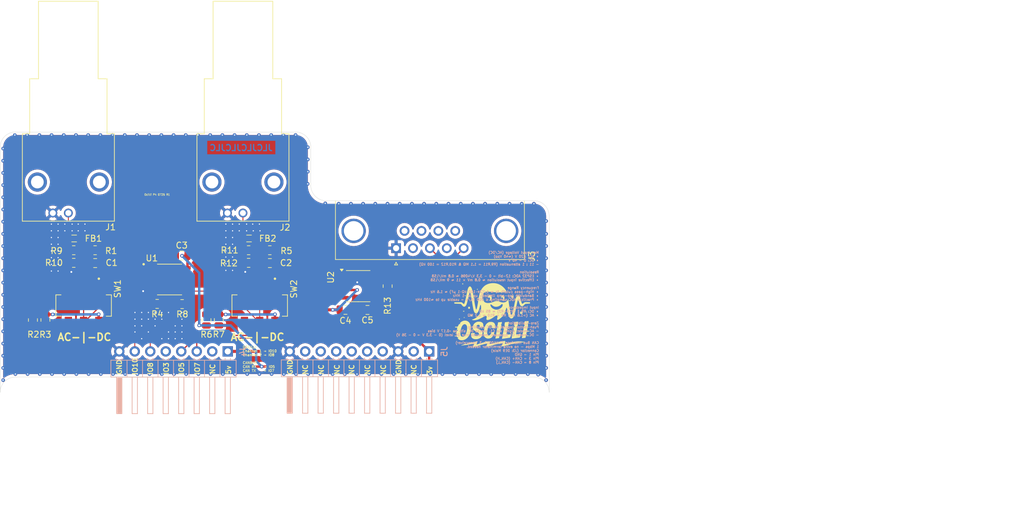
<source format=kicad_pcb>
(kicad_pcb (version 20241229) (generator "pcbnew") (generator_version "9.0")
  (layers (0 "F.Cu" signal) (2 "B.Cu" signal) (13 "F.Paste" user) (15 "B.Paste" user) (5 "F.SilkS" user "F.Silkscreen") (7 "B.SilkS" user "B.Silkscreen") (1 "F.Mask" user) (3 "B.Mask" user) (25 "Edge.Cuts" user))
  (net 0 "")
  (net 1 "Net-(C1-Pad1)")
  (net 2 "Net-(C1-Pad2)")
  (net 3 "Net-(C2-Pad2)")
  (net 4 "Net-(C2-Pad1)")
  (net 5 "+3.3V")
  (net 6 "GND")
  (net 7 "+5V")
  (net 8 "Net-(J1-In)")
  (net 9 "Net-(J2-In)")
  (net 17 "I2C2.SCL")
  (net 18 "I2C2.SDA")
  (net 25 "Net-(R1-Pad2)")
  (net 26 "Net-(R2-Pad1)")
  (net 27 "Net-(U1A--)")
  (net 28 "Net-(R11-Pad1)")
  (net 29 "Net-(R6-Pad1)")
  (net 30 "Net-(U1B--)")
  (net 31 "/CAN_N")
  (net 32 "Net-(U1A-+)")
  (net 35 "Net-(U1B-+)")
  (net 36 "GPIO3")
  (net 37 "/CAN_P")
  (net 38 "GPIO8")
  (net 39 "GPIO10")
  (net 40 "UART0N")
  (net 41 "UART0P")
  (net 42 "Net-(FB1-Pad2)")
  (net 43 "Net-(FB2-Pad2)")
  (footprint "Capacitor_SMD:C_0805_2012Metric" (layer "F.Cu") (at 69.765 135.28)
    (property "Reference" "C3")
    (property "Value" "100nF")
  )
  (footprint "Resistor_SMD:R_0805_2012Metric" (layer "F.Cu") (at 84.2075 134.4 180)
    (property "Reference" "R5")
    (property "Value" "100K")
  )
  (footprint "JDJ_LOGO_LIB:JDJ_SMALL_2023_LOGO" (layer "F.Cu") (at 62.68559 126.1387)
    (property "Reference" "REF**" (hide yes))
    (property "Value" "JDJ_SMALL_2023_LOGO")
  )
  (footprint "Capacitor_SMD:C_0805_2012Metric" (layer "F.Cu") (at 96.605 144.1775 180)
    (property "Reference" "C4")
    (property "Value" "100nF")
  )
  (footprint "Resistor_SMD:R_0805_2012Metric" (layer "F.Cu") (at 45.37 145.85 -90)
    (property "Reference" "R2")
    (property "Value" "1.8M")
  )
  (footprint "Resistor_SMD:R_0805_2012Metric" (layer "F.Cu") (at 55.565 134.4 180)
    (property "Reference" "R1")
    (property "Value" "100K")
  )
  (footprint "Inductor_SMD:L_0805_2012Metric" (layer "F.Cu") (at 52.13 132.47)
    (property "Reference" "FB1")
    (property "Value" "BLM21RK102SN1D")
  )
  (footprint "JDJ_LOGO_LIB:JDJELECTRONICS_ICON" (layer "F.Cu") (at 201.10015 174.62095)
    (property "Reference" "REF**" (hide yes))
    (property "Value" "JDJELECTRONICS_ICON")
  )
  (footprint "JDJ_LOGO_LIB:JDJELECTRONICS_2023_INVERTED_LOGO" (layer "F.Cu") (at 180.30225 175.67505)
    (property "Reference" "REF**" (hide yes))
    (property "Value" "JDJELECTRONICS_2023_INVERTED_LOGO")
  )
  (footprint "logo oscilli:Oscilli logo" (layer "F.Cu") (at 120.593192 145.259502)
    (property "Reference" "G***" (hide yes))
    (property "Value" "LOGO" (hide yes))
  )
  (footprint "Resistor_SMD:R_0805_2012Metric" (layer "F.Cu") (at 80.7325 136.475)
    (property "Reference" "R12")
    (property "Value" "100K")
  )
  (footprint "Resistor_SMD:R_0805_2012Metric" (layer "F.Cu") (at 75.845 145.8225 90)
    (property "Reference" "R7")
    (property "Value" "1.8M")
  )
  (footprint "Resistor_SMD:R_0805_2012Metric" (layer "F.Cu") (at 69.8275 143.23 180)
    (property "Reference" "R8")
    (property "Value" "5R")
  )
  (footprint "Resistor_SMD:R_0805_2012Metric" (layer "F.Cu") (at 80.7325 134.4 180)
    (property "Reference" "R11")
    (property "Value" "1.1M")
  )
  (footprint "Resistor_SMD:R_0805_2012Metric" (layer "F.Cu") (at 52.065 136.475)
    (property "Reference" "R10")
    (property "Value" "100K")
  )
  (footprint "Capacitor_SMD:C_0805_2012Metric" (layer "F.Cu") (at 84.22 136.5 180)
    (property "Reference" "C2")
    (property "Value" "1uF")
  )
  (footprint "Resistor_SMD:R_0805_2012Metric" (layer "F.Cu") (at 73.82 145.84 -90)
    (property "Reference" "R6")
    (property "Value" "1.8M")
  )
  (footprint "Connector_Dsub:DSUB-9_Socket_Horizontal_P2.77x2.84mm_EdgePinOffset4.94mm_Housed_MountingHolesOffset4.94mm" (layer "F.Cu") (at 104.91 134.06 180)
    (property "Reference" "J3")
    (property "Value" "DE9_Pins_MountingHoles")
  )
  (footprint "Capacitor_SMD:C_0805_2012Metric" (layer "F.Cu") (at 100.215 144.195 180)
    (property "Reference" "C5")
    (property "Value" "100nF")
  )
  (footprint "Resistor_SMD:R_0805_2012Metric" (layer "F.Cu") (at 103.525 140.285 90)
    (property "Reference" "R13")
    (property "Value" "120R")
  )
  (footprint "toggle:SW_SLW-913535-2A-SMT" (layer "F.Cu") (at 82.55 143.4725 180)
    (property "Reference" "SW2")
    (property "Value" "SW_Push_DPDT")
  )
  (footprint "Connector_PinHeader_2.54mm:PinHeader_1x10_P2.54mm_Horizontal" (layer "F.Cu") (at 98.9 155.21 -90)
    (property "Reference" "J5")
    (property "Value" "Conn_01x10_Pin")
  )
  (footprint "Connector_PinHeader_2.54mm:PinHeader_1x08_P2.54mm_Horizontal" (layer "F.Cu") (at 68.42 155.21 -90)
    (property "Reference" "J4")
    (property "Value" "Conn_01x08_Pin")
  )
  (footprint "5415218-5:TE_5415218-5" (layer "F.Cu") (at 79.8 123.21 180)
    (property "Reference" "J2")
    (property "Value" "Conn_Coaxial")
  )
  (footprint "Resistor_SMD:R_0805_2012Metric" (layer "F.Cu") (at 52.065 134.4 180)
    (property "Reference" "R9")
    (property "Value" "1.1M")
  )
  (footprint "Capacitor_SMD:C_0805_2012Metric" (layer "F.Cu") (at 55.5775 136.5 180)
    (property "Reference" "C1")
    (property "Value" "1uF")
  )
  (footprint "5415218-5:TE_5415218-5" (layer "F.Cu") (at 51.18 123.21 180)
    (property "Reference" "J1")
    (property "Value" "Conn_Coaxial")
  )
  (footprint "Resistor_SMD:R_0805_2012Metric" (layer "F.Cu") (at 47.42 145.8425 90)
    (property "Reference" "R3")
    (property "Value" "1.8M")
  )
  (footprint "Resistor_SMD:R_0805_2012Metric" (layer "F.Cu") (at 65.74 143.205 180)
    (property "Reference" "R4")
    (property "Value" "5R")
  )
  (footprint "Package_SO:SOIC-8_3.9x4.9mm_P1.27mm" (layer "F.Cu") (at 98.69 140.29)
    (property "Reference" "U2")
    (property "Value" "TJA1051T-3")
  )
  (footprint "MCP6022-E_SN:SOIC127P599X175-8N" (layer "F.Cu") (at 67.7725 139.2)
    (property "Reference" "U1")
    (property "Value" "MCP6022")
  )
  (footprint "toggle:SW_SLW-913535-2A-SMT" (layer "F.Cu") (at 53.68 143.4725 180)
    (property "Reference" "SW1")
    (property "Value" "SW_Push_DPDT")
  )
  (footprint "Inductor_SMD:L_0805_2012Metric" (layer "F.Cu") (at 80.8 132.47)
    (property "Reference" "FB2")
    (property "Value" "BLM21RK102SN1D")
  )
  (gr_arc (start 127.5 155.21) (mid 129.267767 155.942233) (end 130 157.71) (stroke (width 0.05)) (layer "Edge.Cuts"))
  (gr_line (start 130 157.71) (end 130 128.772233) (stroke (width 0.05)) (layer "Edge.Cuts"))
  (gr_line (start 127.5 126.272233) (end 93.43 126.272233) (stroke (width 0.05)) (layer "Edge.Cuts"))
  (gr_arc (start 88.43 115) (mid 90.197767 115.732233) (end 90.93 117.5) (stroke (width 0.05)) (layer "Edge.Cuts"))
  (gr_arc (start 127.5 126.272233) (mid 129.267767 127.004466) (end 130 128.772233) (stroke (width 0.05)) (layer "Edge.Cuts"))
  (gr_arc (start 40 117.5) (mid 40.732233 115.732233) (end 42.5 115) (stroke (width 0.05)) (layer "Edge.Cuts"))
  (gr_line (start 42.5 155.21) (end 127.5 155.21) (stroke (width 0.05)) (layer "Edge.Cuts"))
  (gr_line (start 90.93 117.5) (end 90.93 123.772233) (stroke (width 0.05)) (layer "Edge.Cuts"))
  (gr_line (start 88.43 115) (end 42.5 115) (stroke (width 0.05)) (layer "Edge.Cuts"))
  (gr_line (start 40 157.71) (end 40 117.5) (stroke (width 0.05)) (layer "Edge.Cuts"))
  (gr_arc (start 40 157.71) (mid 40.732233 155.942233) (end 42.5 155.21) (stroke (width 0.05)) (layer "Edge.Cuts"))
  (gr_arc (start 93.43 126.272233) (mid 91.662233 125.54) (end 90.93 123.772233) (stroke (width 0.05)) (layer "Edge.Cuts"))
  (gr_text "JLCJLCJLCJLC" (at 84.78 118.18 0) (layer "B.Cu") (effects (font (size 1 1) (thickness 0.2) (bold yes)) (justify left bottom mirror)))
  (gr_text "3v" (at 110.9 154.91 90) (layer "F.SilkS") (effects (font (size 0.8 0.8) (thickness 0.16) (bold yes)) (justify left bottom)))
  (gr_text "AC-|-DC" (at 77.66 149.36 0) (layer "F.SilkS") (effects (font (size 1.2 1.2) (thickness 0.24) (bold yes)) (justify left bottom)))
  (gr_text "NC" (at 98.1 154.91 90) (layer "F.SilkS") (effects (font (size 0.8 0.8) (thickness 0.16) (bold yes)) (justify left bottom)))
  (gr_text "GND" (at 105.8 154.91 90) (layer "F.SilkS") (effects (font (size 0.8 0.8) (thickness 0.16) (bold yes)) (justify left bottom)))
  (gr_text "IO10" (at 62.58 154.94 90) (layer "F.SilkS") (effects (font (size 0.8 0.8) (thickness 0.16) (bold yes)) (justify left bottom)))
  (gr_text "AC-|-DC" (at 49.28 149.36 0) (layer "F.SilkS") (effects (font (size 1.2 1.2) (thickness 0.24) (bold yes)) (justify left bottom)))
  (gr_text "5v" (at 77.9 154.81 90) (layer "F.SilkS") (effects (font (size 0.8 0.8) (thickness 0.16) (bold yes)) (justify left bottom)))
  (gr_text "IO7" (at 72.8 154.91 90) (layer "F.SilkS") (effects (font (size 0.8 0.8) (thickness 0.16) (bold yes)) (justify left bottom)))
  (gr_text "NC" (at 108.3 154.91 90) (layer "F.SilkS") (effects (font (size 0.8 0.8) (thickness 0.16) (bold yes)) (justify left bottom)))
  (gr_text "Ocilli P4 0725 R1" (at 63.61 125.45 0) (layer "F.SilkS") (effects (font (size 0.3 0.3) (thickness 0.06) (bold yes)) (justify left bottom)))
  (gr_text "OSCILLI\nChannel 1 → IO10      \nChannel 2 → IO8 \n \nCANBUS\nCAN RX    → IO5       \nCAN TX    → IO7    \n\n\n" (at 79.72 155.68 0) (layer "F.SilkS") (effects (font (size 0.4 0.4) (thickness 0.08) (bold yes)) (justify left bottom)))
  (gr_text "NC" (at 93.1 154.91 90) (layer "F.SilkS") (effects (font (size 0.8 0.8) (thickness 0.16) (bold yes)) (justify left bottom)))
  (gr_text "NC" (at 95.7 154.91 90) (layer "F.SilkS") (effects (font (size 0.8 0.8) (thickness 0.16) (bold yes)) (justify left bottom)))
  (gr_text "NC" (at 75.3 154.81 90) (layer "F.SilkS") (effects (font (size 0.8 0.8) (thickness 0.16) (bold yes)) (justify left bottom)))
  (gr_text "NC" (at 90.5 154.91 90) (layer "F.SilkS") (effects (font (size 0.8 0.8) (thickness 0.16) (bold yes)) (justify left bottom)))
  (gr_text "GND" (at 88 154.91 90) (layer "F.SilkS") (effects (font (size 0.8 0.8) (thickness 0.16) (bold yes)) (justify left bottom)))
  (gr_text "NC" (at 100.7 154.91 90) (layer "F.SilkS") (effects (font (size 0.8 0.8) (thickness 0.16) (bold yes)) (justify left bottom)))
  (gr_text "IO5" (at 70.2 154.91 90) (layer "F.SilkS") (effects (font (size 0.8 0.8) (thickness 0.16) (bold yes)) (justify left bottom)))
  (gr_text "IO8" (at 65.1 154.91 90) (layer "F.SilkS") (effects (font (size 0.8 0.8) (thickness 0.16) (bold yes)) (justify left bottom)))
  (gr_text "IO3" (at 67.7 154.91 90) (layer "F.SilkS") (effects (font (size 0.8 0.8) (thickness 0.16) (bold yes)) (justify left bottom)))
  (gr_text "NC" (at 103.3 154.91 90) (layer "F.SilkS") (effects (font (size 0.8 0.8) (thickness 0.16) (bold yes)) (justify left bottom)))
  (gr_text "GND" (at 60 154.91 90) (layer "F.SilkS") (effects (font (size 0.8 0.8) (thickness 0.16) (bold yes)) (justify left bottom)))
  (gr_text "Max Input Voltage (AC/DC)\n• AC: ±20 V (≈40 Vpp)\n• DC: 0 - 40 V\n- 11 : 1 attenuation (R9,R11 = 1.1 MΩ & R10,R12 = 100 kΩ)\n\nResolution\n• ESP32 ADC: 12-bit → 0 - 3.3 V/4096 ≈ 0.8 mV/LSB\n• Effective input resolution ≈ 0.8 mV × 11 ≈ 9 mV/LSB\n\nFrequency Range\n• High-pass cutoff: fc ≈ 1/(2π·100 kΩ·1 µF) ≈ 1.6 Hz\n• Bandwidth (op-amp limited): up to ~1 MHz\n• Practical ADC sampling ≤ 200 kS/s → usable up to ≈100 kHz\n\nInput Impedance\n• DC: R9 ∥ (R10+R2) ≈ 85 kΩ\n• AC (>1.6 Hz): R9 + R10 ≈ 1.2 MΩ\n\nZero-Calibration\nPush-button toggles AC/DC coupling:\n- AC mode: signal via C1, blocks DC, sits on ~0.17 V bias\n- DC mode: C1 bypassed, measures true DC level (0 - 3.3 V → 0 - 36 V)\n\nCAN Bus Interface (TJA1051T-3 Transceiver)\n1 Mbps - no extra terminator needed.\nConnector (J3: DE9 Male)\nPin 1 → GND\nPin 3 → CAN+ (CAN_H)\nPin 8 → CAN- (CAN_L)\n\n" (at 128.38 153.68 0) (layer "B.SilkS") (effects (font (size 0.4 0.4) (thickness 0.08) (bold yes)) (justify left bottom mirror)))
  (segment (start 56.5275 136.5) (end 56.5275 138.6325) (width 0.15) (layer "F.Cu") (net 1))
  (segment (start 56.18 138.98) (end 56.18 140.6475) (width 0.15) (layer "F.Cu") (net 1))
  (segment (start 56.5275 138.6325) (end 56.18 138.98) (width 0.15) (layer "F.Cu") (net 1))
  (segment (start 56.4775 134.65) (end 54.6275 136.5) (width 0.15) (layer "F.Cu") (net 2))
  (segment (start 54.6275 136.5) (end 51.18 139.9475) (width 0.15) (layer "F.Cu") (net 2))
  (segment (start 56.4775 134.4) (end 56.4775 134.65) (width 0.15) (layer "F.Cu") (net 2))
  (segment (start 51.18 139.9475) (end 51.18 140.6475) (width 0.15) (layer "F.Cu") (net 2))
  (segment (start 85.12 134.65) (end 83.27 136.5) (width 0.15) (layer "F.Cu") (net 3))
  (segment (start 80.14 139.63) (end 80.13 139.63) (width 0.15) (layer "F.Cu") (net 3))
  (segment (start 80.13 140.5675) (end 80.05 140.6475) (width 0.15) (layer "F.Cu") (net 3))
  (segment (start 80.13 139.63) (end 80.13 140.5675) (width 0.15) (layer "F.Cu") (net 3))
  (segment (start 85.12 134.4) (end 85.12 134.65) (width 0.15) (layer "F.Cu") (net 3))
  (segment (start 83.27 136.5) (end 80.14 139.63) (width 0.15) (layer "F.Cu") (net 3))
  (segment (start 85.17 138.9) (end 85.05 139.02) (width 0.15) (layer "F.Cu") (net 4))
  (segment (start 85.17 136.5) (end 85.17 138.9) (width 0.15) (layer "F.Cu") (net 4))
  (segment (start 85.05 139.02) (end 85.05 140.6475) (width 0.15) (layer "F.Cu") (net 4))
  (segment (start 69.815 135.31) (end 70.685 135.31) (width 0.4) (layer "F.Cu") (net 5))
  (segment (start 110.33 153.22) (end 110.33 151) (width 0.4) (layer "F.Cu") (net 5))
  (segment (start 110.06 153.49) (end 110.33 153.22) (width 0.4) (layer "F.Cu") (net 5))
  (segment (start 70.715 137.0225) (end 70.4425 137.295) (width 0.4) (layer "F.Cu") (net 5))
  (segment (start 101.165 142.225) (end 101.165 144.195) (width 0.5) (layer "F.Cu") (net 5))
  (segment (start 49.83 153.49) (end 45.35 149.01) (width 0.4) (layer "F.Cu") (net 5))
  (segment (start 70.715 135.28) (end 70.715 137.0225) (width 0.4) (layer "F.Cu") (net 5))
  (segment (start 82.87 153.49) (end 49.83 153.49) (width 0.4) (layer "F.Cu") (net 5))
  (segment (start 103.525 144.195) (end 101.165 144.195) (width 0.4) (layer "F.Cu") (net 5))
  (segment (start 72.63 146.73) (end 73.7975 146.73) (width 0.4) (layer "F.Cu") (net 5))
  (segment (start 45.35 149.01) (end 45.35 146.8175) (width 0.4) (layer "F.Cu") (net 5))
  (segment (start 73.7975 146.73) (end 73.82 146.7525) (width 0.4) (layer "F.Cu") (net 5))
  (segment (start 82.87 153.49) (end 110.06 153.49) (width 0.4) (layer "F.Cu") (net 5))
  (segment (start 110.33 151) (end 103.525 144.195) (width 0.4) (layer "F.Cu") (net 5))
  (segment (start 70.685 135.31) (end 70.715 135.28) (width 0.4) (layer "F.Cu") (net 5))
  (via (at 72.63 146.73) (size 0.6) (drill 0.3) (layers "F.Cu" "B.Cu") (net 5))
  (via (at 69.815 135.31) (size 0.6) (drill 0.3) (layers "F.Cu" "B.Cu") (net 5))
  (via (at 82.87 153.49) (size 0.6) (drill 0.3) (layers "F.Cu" "B.Cu") (net 5))
  (segment (start 81.96 152.58) (end 81.96 150.92) (width 0.4) (layer "B.Cu") (net 5))
  (segment (start 69.815 135.31) (end 72.63 138.125) (width 0.4) (layer "B.Cu") (net 5))
  (segment (start 78.595 147.555) (end 78.42 147.38) (width 0.4) (layer "B.Cu") (net 5))
  (segment (start 72.63 146.73) (end 77.77 146.73) (width 0.4) (layer "B.Cu") (net 5))
  (segment (start 72.63 138.125) (end 72.63 146.73) (width 0.4) (layer "B.Cu") (net 5))
  (segment (start 82.87 153.49) (end 81.96 152.58) (width 0.4) (layer "B.Cu") (net 5))
  (segment (start 81.96 150.92) (end 78.595 147.555) (width 0.4) (layer "B.Cu") (net 5))
  (segment (start 77.77 146.73) (end 78.595 147.555) (width 0.4) (layer "B.Cu") (net 5))
  (segment (start 52.9775 136.6525) (end 51.67 137.96) (width 0.4) (layer "F.Cu") (net 6))
  (segment (start 52.9775 136.475) (end 52.9775 136.6525) (width 0.4) (layer "F.Cu") (net 6))
  (segment (start 99.815 138.385) (end 98.54 139.66) (width 0.4) (layer "F.Cu") (net 6))
  (segment (start 101.165 138.385) (end 99.815 138.385) (width 0.4) (layer "F.Cu") (net 6))
  (segment (start 81.645 136.485) (end 80.18 137.95) (width 0.4) (layer "F.Cu") (net 6))
  (segment (start 96.215 139.655) (end 98.535 139.655) (width 0.4) (layer "F.Cu") (net 6))
  (segment (start 98.535 139.655) (end 98.54 139.66) (width 0.4) (layer "F.Cu") (net 6))
  (segment (start 63.445 141.105) (end 63.44 141.11) (width 0.4) (layer "F.Cu") (net 6))
  (segment (start 65.1025 141.105) (end 63.445 141.105) (width 0.4) (layer "F.Cu") (net 6))
  (segment (start 81.645 136.475) (end 81.645 136.485) (width 0.4) (layer "F.Cu") (net 6))
  (segment (start 97.555 144.1775) (end 99.2475 144.1775) (width 0.5) (layer "F.Cu") (net 6))
  (segment (start 99.2475 144.1775) (end 99.265 144.195) (width 0.5) (layer "F.Cu") (net 6))
  (via (at 127.5 126.772233) (size 0.6) (drill 0.2) (layers "F.Cu" "B.Cu") (net 6))
  (via (at 69.8 145.71) (size 0.6) (drill 0.2) (layers "F.Cu" "B.Cu") (net 6))
  (via (at 66.5 154.71) (size 0.6) (drill 0.2) (layers "F.Cu" "B.Cu") (net 6))
  (via (at 98.54 139.66) (size 0.6) (drill 0.3) (layers "F.Cu" "B.Cu") (net 6))
  (via (at 60.5 154.71) (size 0.6) (drill 0.2) (layers "F.Cu" "B.Cu") (net 6))
  (via (at 53.9 131.21) (size 0.6) (drill 0.2) (layers "F.Cu" "B.Cu") (net 6))
  (via (at 48.43 115.5) (size 0.6) (drill 0.2) (layers "F.Cu" "B.Cu") (net 6))
  (via (at 74.43 115.5) (size 0.6) (drill 0.2) (layers "F.Cu" "B.Cu") (net 6))
  (via (at 78.5 154.71) (size 0.6) (drill 0.2) (layers "F.Cu" "B.Cu") (net 6))
  (via (at 58.5 154.71) (size 0.6) (drill 0.2) (layers "F.Cu" "B.Cu") (net 6))
  (via (at 125.5 126.772233) (size 0.6) (drill 0.2) (layers "F.Cu" "B.Cu") (net 6))
  (via (at 65.4 145.71) (size 0.6) (drill 0.2) (layers "F.Cu" "B.Cu") (net 6))
  (via (at 77 133.41) (size 0.6) (drill 0.2) (layers "F.Cu" "B.Cu") (net 6))
  (via (at 70.43 115.5) (size 0.6) (drill 0.2) (layers "F.Cu" "B.Cu") (net 6))
  (via (at 49.5 135.61) (size 0.6) (drill 0.2) (layers "F.Cu" "B.Cu") (net 6))
  (via (at 44.43 115.5) (size 0.6) (drill 0.2) (layers "F.Cu" "B.Cu") (net 6))
  (via (at 126.5 154.71) (size 0.6) (drill 0.2) (layers "F.Cu" "B.Cu") (net 6))
  (via (at 88.5 154.71) (size 0.6) (drill 0.2) (layers "F.Cu" "B.Cu") (net 6))
  (via (at 129.5 147.71) (size 0.6) (drill 0.2) (layers "F.Cu" "B.Cu") (net 6))
  (via (at 97.5 126.772233) (size 0.6) (drill 0.2) (layers "F.Cu" "B.Cu") (net 6))
  (via (at 40.5 147.71) (size 0.6) (drill 0.2) (layers "F.Cu" "B.Cu") (net 6))
  (via (at 77 137.71) (size 0.6) (drill 0.2) (layers "F.Cu" "B.Cu") (net 6))
  (via (at 78.1 130.11) (size 0.6) (drill 0.2) (layers "F.Cu" "B.Cu") (net 6))
  (via (at 56.43 115.5) (size 0.6) (drill 0.2) (layers "F.Cu" "B.Cu") (net 6))
  (via (at 67.6 148.91) (size 0.6) (drill 0.2) (layers "F.Cu" "B.Cu") (net 6))
  (via (at 81.5 131.21) (size 0.6) (drill 0.2) (layers "F.Cu" "B.Cu") (net 6))
  (via (at 62.1 145.71) (size 0.6) (drill 0.2) (layers "F.Cu" "B.Cu") (net 6))
  (via (at 67.6 144.61) (size 0.6) (drill 0.2) (layers "F.Cu" "B.Cu") (net 6))
  (via (at 46.5 154.71) (size 0.6) (drill 0.2) (layers "F.Cu" "B.Cu") (net 6))
  (via (at 67.6 147.81) (size 0.6) (drill 0.2) (layers "F.Cu" "B.Cu") (net 6))
  (via (at 62.1 147.81) (size 0.6) (drill 0.2) (layers "F.Cu" "B.Cu") (net 6))
  (via (at 90.4 123.51) (size 0.6) (drill 0.2) (layers "F.Cu" "B.Cu") (net 6))
  (via (at 129.5 137.71) (size 0.6) (drill 0.2) (layers "F.Cu" "B.Cu") (net 6))
  (via (at 63.44 141.11) (size 0.6) (drill 0.3) (layers "F.Cu" "B.Cu") (net 6))
  (via (at 56.5 154.71) (size 0.6) (drill 0.2) (layers "F.Cu" "B.Cu") (net 6))
  (via (at 121.5 126.772233) (size 0.6) (drill 0.2) (layers "F.Cu" "B.Cu") (net 6))
  (via (at 40.5 127.71) (size 0.6) (drill 0.2) (layers "F.Cu" "B.Cu") (net 6))
  (via (at 51.67 137.96) (size 0.6) (drill 0.3) (layers "F.Cu" "B.Cu") (net 6))
  (via (at 66.43 115.5) (size 0.6) (drill 0.2) (layers "F.Cu" "B.Cu") (net 6))
  (via (at 78.43 115.5) (size 0.6) (drill 0.2) (layers "F.Cu" "B.Cu") (net 6))
  (via (at 40.5 121.71) (size 0.6) (drill 0.2) (layers "F.Cu" "B.Cu") (net 6))
  (via (at 60.43 115.5) (size 0.6) (drill 0.2) (layers "F.Cu" "B.Cu") (net 6))
  (via (at 70.5 154.71) (size 0.6) (drill 0.2) (layers "F.Cu" "B.Cu") (net 6))
  (via (at 69.8 144.61) (size 0.6) (drill 0.2) (layers "F.Cu" "B.Cu") (net 6))
  (via (at 52.8 131.21) (size 0.6) (drill 0.2) (layers "F.Cu" "B.Cu") (net 6))
  (via (at 68.43 115.5) (size 0.6) (drill 0.2) (layers "F.Cu" "B.Cu") (net 6))
  (via (at 48.4 135.61) (size 0.6) (drill 0.2) (layers "F.Cu" "B.Cu") (net 6))
  (via (at 42.5 154.71) (size 0.6) (drill 0.2) (layers "F.Cu" "B.Cu") (net 6))
  (via (at 93.3 126.71) (size 0.6) (drill 0.2) (layers "F.Cu" "B.Cu") (net 6))
  (via (at 46.43 115.5) (size 0.6) (drill 0.2) (layers "F.Cu" "B.Cu") (net 6))
  (via (at 40.5 139.71) (size 0.6) (drill 0.2) (layers "F.Cu" "B.Cu") (net 6))
  (via (at 129.5 153.71) (size 0.6) (drill 0.2) (layers "F.Cu" "B.Cu") (net 6))
  (via (at 78.1 132.31) (size 0.6) (drill 0.2) (layers "F.Cu" "B.Cu") (net 6))
  (via (at 129.5 145.71) (size 0.6) (drill 0.2) (layers "F.Cu" "B.Cu") (net 6))
  (via (at 68.7 148.91) (size 0.6) (drill 0.2) (layers "F.Cu" "B.Cu") (net 6))
  (via (at 51.8 131.21) (size 0.6) (drill 0.2) (layers "F.Cu" "B.Cu") (net 6))
  (via (at 106.5 154.71) (size 0.6) (drill 0.2) (layers "F.Cu" "B.Cu") (net 6))
  (via (at 49.5 131.21) (size 0.6) (drill 0.2) (layers "F.Cu" "B.Cu") (net 6))
  (via (at 117.5 126.772233) (size 0.6) (drill 0.2) (layers "F.Cu" "B.Cu") (net 6))
  (via (at 90.43 119.5) (size 0.6) (drill 0.2) (layers "F.Cu" "B.Cu") (net 6))
  (via (at 64.3 145.71) (size 0.6) (drill 0.2) (layers "F.Cu" "B.Cu") (net 6))
  (via (at 68.7 147.81) (size 0.6) (drill 0.2) (layers "F.Cu" "B.Cu") (net 6))
  (via (at 104.5 154.71) (size 0.6) (drill 0.2) (layers "F.Cu" "B.Cu") (net 6))
  (via (at 40.5 123.71) (size 0.6) (drill 0.2) (layers "F.Cu" "B.Cu") (net 6))
  (via (at 48.4 132.31) (size 0.6) (drill 0.2) (layers "F.Cu" "B.Cu") (net 6))
  (via (at 90.43 117.5) (size 0.6) (drill 0.2) (layers "F.Cu" "B.Cu") (net 6))
  (via (at 66.5 144.61) (size 0.6) (drill 0.2) (layers "F.Cu" "B.Cu") (net 6))
  (via (at 40.5 133.71) (size 0.6) (drill 0.2) (layers "F.Cu" "B.Cu") (net 6))
  (via (at 124.5 154.71) (size 0.6) (drill 0.2) (layers "F.Cu" "B.Cu") (net 6))
  (via (at 40.5 143.71) (size 0.6) (drill 0.2) (layers "F.Cu" "B.Cu") (net 6))
  (via (at 108.5 154.71) (size 0.6) (drill 0.2) (layers "F.Cu" "B.Cu") (net 6))
  (via (at 40.5 131.71) (size 0.6) (drill 0.2) (layers "F.Cu" "B.Cu") (net 6))
  (via (at 68.5 154.71) (size 0.6) (drill 0.2) (layers "F.Cu" "B.Cu") (net 6))
  (via (at 80.18 137.95) (size 0.6) (drill 0.3) (layers "F.Cu" "B.Cu") (net 6))
  (via (at 79.2 130.11) (size 0.6) (drill 0.2) (layers "F.Cu" "B.Cu") (net 6))
  (via (at 113.5 126.772233) (size 0.6) (drill 0.2) (layers "F.Cu" "B.Cu") (net 6))
  (via (at 129.5 151.71) (size 0.6) (drill 0.2) (layers "F.Cu" "B.Cu") (net 6))
  (via (at 63.2 148.91) (size 0.6) (drill 0.2) (layers "F.Cu" "B.Cu") (net 6))
  (via (at 82.5 154.71) (size 0.6) (drill 0.2) (layers "F.Cu" "B.Cu") (net 6))
  (via (at 52.8 130.11) (size 0.6) (drill 0.2) (layers "F.Cu" "B.Cu") (net 6))
  (via (at 86.43 115.5) (size 0.6) (drill 0.2) (layers "F.Cu" "B.Cu") (net 6))
  (via (at 49.5 132.31) (size 0.6) (drill 0.2) (layers "F.Cu" "B.Cu") (net 6))
  (via (at 78.1 133.41) (size 0.6) (drill 0.2) (layers "F.Cu" "B.Cu") (net 6))
  (via (at 72.43 115.5) (size 0.6) (drill 0.2) (layers "F.Cu" "B.Cu") (net 6))
  (via (at 69.8 148.91) (size 0.6) (drill 0.2) (layers "F.Cu" "B.Cu") (net 6))
  (via (at 40.5 151.71) (size 0.6) (drill 0.2) (layers "F.Cu" "B.Cu") (net 6))
  (via (at 100.5 154.71) (size 0.6) (drill 0.2) (layers "F.Cu" "B.Cu") (net 6))
  (via (at 129.5 129.61) (size 0.6) (drill 0.2) (layers "F.Cu" "B.Cu") (net 6))
  (via (at 58.43 115.5) (size 0.6) (drill 0.2) (layers "F.Cu" "B.Cu") (net 6))
  (via (at 63.2 146.81) (size 0.6) (drill 0.2) (layers "F.Cu" "B.Cu") (net 6))
  (via (at 94.5 154.71) (size 0.6) (drill 0.2) (layers "F.Cu" "B.Cu") (net 6))
  (via (at 40.5 117.71) (size 0.6) (drill 0.2) (layers "F.Cu" "B.Cu") (net 6))
  (via (at 62.43 115.5) (size 0.6) (drill 0.2) (layers "F.Cu" "B.Cu") (net 6))
  (via (at 90.5 154.71) (size 0.6) (drill 0.2) (layers "F.Cu" "B.Cu") (net 6))
  (via (at 66.5 145.71) (size 0.6) (drill 0.2) (layers "F.Cu" "B.Cu") (net 6))
  (via (at 118.5 154.71) (size 0.6) (drill 0.2) (layers "F.Cu" "B.Cu") (net 6))
  (via (at 107.5 126.772233) (size 0.6) (drill 0.2) (layers "F.Cu" "B.Cu") (net 6))
  (via (at 105.5 126.772233) (size 0.6) (drill 0.2) (layers "F.Cu" "B.Cu") (net 6))
  (via (at 50.6 131.21) (size 0.6) (drill 0.2) (layers "F.Cu" "B.Cu") (net 6))
  (via (at 48.4 131.21) (size 0.6) (drill 0.2) (layers "F.Cu" "B.Cu") (net 6))
  (via (at 48.4 133.41) (size 0.6) (drill 0.2) (layers "F.Cu" "B.Cu") (net 6))
  (via (at 129.5 149.71) (size 0.6) (drill 0.2) (layers "F.Cu" "B.Cu") (net 6))
  (via (at 80.43 115.5) (size 0.6) (drill 0.2) (layers "F.Cu" "B.Cu") (net 6))
  (via (at 84.5 154.71) (size 0.6) (drill 0.2) (layers "F.Cu" "B.Cu") (net 6))
  (via (at 52.43 115.5) (size 0.6) (drill 0.2) (layers "F.Cu" "B.Cu") (net 6))
  (via (at 129.5 131.71) (size 0.6) (drill 0.2) (layers "F.Cu" "B.Cu") (net 6))
  (via (at 77 131.21) (size 0.6) (drill 0.2) (layers "F.Cu" "B.Cu") (net 6))
  (via (at 63.2 144.61) (size 0.6) (drill 0.2) (layers "F.Cu" "B.Cu") (net 6))
  (via (at 123.5 126.772233) (size 0.6) (drill 0.2) (layers "F.Cu" "B.Cu") (net 6))
  (via (at 49.5 130.11) (size 0.6) (drill 0.2) (layers "F.Cu" "B.Cu") (net 6))
  (via (at 40.5 145.71) (size 0.6) (drill 0.2) (layers "F.Cu" "B.Cu") (net 6))
  (via (at 110.5 154.71) (size 0.6) (drill 0.2) (layers "F.Cu" "B.Cu") (net 6))
  (via (at 52.5 154.71) (size 0.6) (drill 0.2) (layers "F.Cu" "B.Cu") (net 6))
  (via (at 82.5 130.11) (size 0.6) (drill 0.2) (layers "F.Cu" "B.Cu") (net 6))
  (via (at 79.2 131.21) (size 0.6) (drill 0.2) (layers "F.Cu" "B.Cu") (net 6))
  (via (at 50.5 154.71) (size 0.6) (drill 0.2) (layers "F.Cu" "B.Cu") (net 6))
  (via (at 49.5 134.51) (size 0.6) (drill 0.2) (layers "F.Cu" "B.Cu") (net 6))
  (via (at 69.8 147.81) (size 0.6) (drill 0.2) (layers "F.Cu" "B.Cu") (net 6))
  (via (at 49.5 133.41) (size 0.6) (drill 0.2) (layers "F.Cu" "B.Cu") (net 6))
  (via (at 78.1 135.51) (size 0.6) (drill 0.2) (layers "F.Cu" "B.Cu") (net 6))
  (via (at 64.43 115.5) (size 0.6) (drill 0.2) (layers "F.Cu" "B.Cu") (net 6))
  (via (at 101.5 126.772233) (size 0.6) (drill 0.2) (layers "F.Cu" "B.Cu") (net 6))
  (via (at 40.5 119.71) (size 0.6) (drill 0.2) (layers "F.Cu" "B.Cu") (net 6))
  (via (at 64.5 154.71) (size 0.6) (drill 0.2) (layers "F.Cu" "B.Cu") (net 6))
  (via (at 86.5 154.71) (size 0.6) (drill 0.2) (layers "F.Cu" "B.Cu") (net 6))
  (via (at 115.5 126.772233) (size 0.6) (drill 0.2) (layers "F.Cu" "B.Cu") (net 6))
  (via (at 74.5 154.71) (size 0.6) (drill 0.2) (layers "F.Cu" "B.Cu") (net 6))
  (via (at 77 130.11) (size 0.6) (drill 0.2) (layers "F.Cu" "B.Cu") (net 6))
  (via (at 92.5 154.71) (size 0.6) (drill 0.2) (layers "F.Cu" "B.Cu") (net 6))
  (via (at 48.4 134.51) (size 0.6) (drill 0.2) (layers "F.Cu" "B.Cu") (net 6))
  (via (at 72.5 154.71) (size 0.6) (drill 0.2) (layers "F.Cu" "B.Cu") (net 6))
  (via (at 129.5 155.71) (size 0.6) (drill 0.2) (layers "F.Cu" "B.Cu") (net 6))
  (via (at 88.43 115.5) (size 0.6) (drill 0.2) (layers "F.Cu" "B.Cu") (net 6))
  (via (at 40.5 129.71) (size 0.6) (drill 0.2) (layers "F.Cu" "B.Cu") (net 6))
  (via (at 51.8 130.11) (size 0.6) (drill 0.2) (layers "F.Cu" "B.Cu") (net 6))
  (via (at 66.5 148.91) (size 0.6) (drill 0.2) (layers "F.Cu" "B.Cu") (net 6))
  (via (at 48.4 136.71) (size 0.6) (drill 0.2) (layers "F.Cu" "B.Cu") (net 6))
  (via (at 48.4 130.11) (size 0.6) (drill 0.2) (layers "F.Cu" "B.Cu") (net 6))
  (via (at 95.5 126.772233) (size 0.6) (drill 0.2) (layers "F.Cu" "B.Cu") (net 6))
  (via (at 78.1 131.21) (size 0.6) (drill 0.2) (layers "F.Cu" "B.Cu") (net 6))
  (via (at 68.7 146.81) (size 0.6) (drill 0.2) (layers "F.Cu" "B.Cu") (net 6))
  (via (at 80.4 131.21) (size 0.6) (drill 0.2) (layers "F.Cu" "B.Cu") (net 6))
  (via (at 65.4 146.81) (size 0.6) (drill 0.2) (layers "F.Cu" "B.Cu") (net 6))
  (via (at 40.5 135.71) (size 0.6) (drill 0.2) (layers "F.Cu" "B.Cu") (net 6))
  (via (at 69.8 146.81) (size 0.6) (drill 0.2) (layers "F.Cu" "B.Cu") (net 6))
  (via (at 65.4 144.61) (size 0.6) (drill 0.2) (layers "F.Cu" "B.Cu") (net 6))
  (via (at 116.5 154.71) (size 0.6) (drill 0.2) (layers "F.Cu" "B.Cu") (net 6))
  (via (at 96.5 154.71) (size 0.6) (drill 0.2) (layers "F.Cu" "B.Cu") (net 6))
  (via (at 62.1 144.61) (size 0.6) (drill 0.2) (layers "F.Cu" "B.Cu") (net 6))
  (via (at 111.5 126.772233) (size 0.6) (drill 0.2) (layers "F.Cu" "B.Cu") (net 6))
  (via (at 120.5 154.71) (size 0.6) (drill 0.2) (layers "F.Cu" "B.Cu") (net 6))
  (via (at 129.5 141.71) (size 0.6) (drill 0.2) (layers "F.Cu" "B.Cu") (net 6))
  (via (at 90.43 121.5) (size 0.6) (drill 0.2) (layers "F.Cu" "B.Cu") (net 6))
  (via (at 82.6 131.21) (size 0.6) (drill 0.2) (layers "F.Cu" "B.Cu") (net 6))
  (via (at 64.3 144.61) (size 0.6) (drill 0.2) (layers "F.Cu" "B.Cu") (net 6))
  (via (at 49.5 137.81) (size 0.6) (drill 0.2) (layers "F.Cu" "B.Cu") (net 6))
  (via (at 77 134.51) (size 0.6) (drill 0.2) (layers "F.Cu" "B.Cu") (net 6))
  (via (at 50.6 130.11) (size 0.6) (drill 0.2) (layers "F.Cu" "B.Cu") (net 6))
  (via (at 80.5 154.71) (size 0.6) (drill 0.2) (layers "F.Cu" "B.Cu") (net 6))
  (via (at 49.5 136.71) (size 0.6) (drill 0.2) (layers "F.Cu" "B.Cu") (net 6))
  (via (at 64.3 147.81) (size 0.6) (drill 0.2) (layers "F.Cu" "B.Cu") (net 6))
  (via (at 84.43 115.5) (size 0.6) (drill 0.2) (layers "F.Cu" "B.Cu") (net 6))
  (via (at 82.43 115.5) (size 0.6) (drill 0.2) (layers "F.Cu" "B.Cu") (net 6))
  (via (at 78.1 134.51) (size 0.6) (drill 0.2) (layers "F.Cu" "B.Cu") (net 6))
  (via (at 48.4 137.81) (size 0.6) (drill 0.2) (layers "F.Cu" "B.Cu") (net 6))
  (via (at 114.5 154.71) (size 0.6) (drill 0.2) (layers "F.Cu" "B.Cu") (net 6))
  (via (at 129.5 133.71) (size 0.6) (drill 0.2) (layers "F.Cu" "B.Cu") (net 6))
  (via (at 103.5 126.772233) (size 0.6) (drill 0.2) (layers "F.Cu" "B.Cu") (net 6))
  (via (at 50.43 115.5) (size 0.6) (drill 0.2) (layers "F.Cu" "B.Cu") (net 6))
  (via (at 76.5 154.71) (size 0.6) (drill 0.2) (layers "F.Cu" "B.Cu") (net 6))
  (via (at 77 132.31) (size 0.6) (drill 0.2) (layers "F.Cu" "B.Cu") (net 6))
  (via (at 129.5 139.71) (size 0.6) (drill 0.2) (layers "F.Cu" "B.Cu") (net 6))
  (via (at 63.2 145.71) (size 0.6) (drill 0.2) (layers "F.Cu" "B.Cu") (net 6))
  (via (at 40.5 137.71) (size 0.6) (drill 0.2) (layers "F.Cu" "B.Cu") (net 6))
  (via (at 48.5 154.71) (size 0.6) (drill 0.2) (layers "F.Cu" "B.Cu") (net 6))
  (via (at 42.4 115.51) (size 0.6) (drill 0.2) (layers "F.Cu" "B.Cu") (net 6))
  (via (at 54.5 154.71) (size 0.6) (drill 0.2) (layers "F.Cu" "B.Cu") (net 6))
  (via (at 78.1 137.71) (size 0.6) (drill 0.2) (layers "F.Cu" "B.Cu") (net 6))
  (via (at 102.5 154.71) (size 0.6) (drill 0.2) (layers "F.Cu" "B.Cu") (net 6))
  (via (at 99.5 126.772233) (size 0.6) (drill 0.2) (layers "F.Cu" "B.Cu") (net 6))
  (via (at 81.4 130.11) (size 0.6) (drill 0.2) (layers "F.Cu" "B.Cu") (net 6))
  (via (at 122.5 154.71) (size 0.6) (drill 0.2) (layers "F.Cu" "B.Cu") (net 6))
  (via (at 128.2 154.81) (size 0.6) (drill 0.2) (layers "F.Cu" "B.Cu") (net 6))
  (via (at 129.5 143.71) (size 0.6) (drill 0.2) (layers "F.Cu" "B.Cu") (net 6))
  (via (at 44.5 154.71) (size 0.6) (drill 0.2) (layers "F.Cu" "B.Cu") (net 6))
  (via (at 40.5 125.71) (size 0.6) (drill 0.2) (layers "F.Cu" "B.Cu") (net 6))
  (via (at 40.5 155.71) (size 0.6) (drill 0.2) (layers "F.Cu" "B.Cu") (net 6))
  (via (at 77 135.51) (size 0.6) (drill 0.2) (layers "F.Cu" "B.Cu") (net 6))
  (via (at 53.9 130.11) (size 0.6) (drill 0.2) (layers "F.Cu" "B.Cu") (net 6))
  (via (at 109.5 126.772233) (size 0.6) (drill 0.2) (layers "F.Cu" "B.Cu") (net 6))
  (via (at 62.5 154.71) (size 0.6) (drill 0.2) (layers "F.Cu" "B.Cu") (net 6))
  (via (at 78.1 136.61) (size 0.6) (drill 0.2) (layers "F.Cu" "B.Cu") (net 6))
  (via (at 119.5 126.772233) (size 0.6) (drill 0.2) (layers "F.Cu" "B.Cu") (net 6))
  (via (at 77 136.61) (size 0.6) (drill 0.2) (layers "F.Cu" "B.Cu") (net 6))
  (via (at 112.5 154.71) (size 0.6) (drill 0.2) (layers "F.Cu" "B.Cu") (net 6))
  (via (at 129.5 135.71) (size 0.6) (drill 0.2) (layers "F.Cu" "B.Cu") (net 6))
  (via (at 40.5 153.71) (size 0.6) (drill 0.2) (layers "F.Cu" "B.Cu") (net 6))
  (via (at 40.5 149.71) (size 0.6) (drill 0.2) (layers "F.Cu" "B.Cu") (net 6))
  (via (at 40.5 141.71) (size 0.6) (drill 0.2) (layers "F.Cu" "B.Cu") (net 6))
  (via (at 98.5 154.71) (size 0.6) (drill 0.2) (layers "F.Cu" "B.Cu") (net 6))
  (via (at 76.43 115.5) (size 0.6) (drill 0.2) (layers "F.Cu" "B.Cu") (net 6))
  (via (at 54.43 115.5) (size 0.6) (drill 0.2) (layers "F.Cu" "B.Cu") (net 6))
  (via (at 62.1 146.81) (size 0.6) (drill 0.2) (layers "F.Cu" "B.Cu") (net 6))
  (via (at 80.4 130.11) (size 0.6) (drill 0.2) (layers "F.Cu" "B.Cu") (net 6))
  (segment (start 77.31 151) (end 83.92 151) (width 0.5) (layer "F.Cu") (net 7))
  (segment (start 94.53 144.1775) (end 95.655 144.1775) (width 0.5) (layer "F.Cu") (net 7))
  (segment (start 83.92 151) (end 90.7425 144.1775) (width 0.5) (layer "F.Cu") (net 7))
  (segment (start 90.7425 144.1775) (end 94.53 144.1775) (width 0.5) (layer "F.Cu") (net 7))
  (segment (start 98.505 140.925) (end 98.52 140.91) (width 0.4) (layer "F.Cu") (net 7))
  (segment (start 96.215 140.925) (end 98.505 140.925) (width 0.4) (layer "F.Cu") (net 7))
  (via (at 98.52 140.91) (size 0.6) (drill 0.3) (layers "F.Cu" "B.Cu") (net 7))
  (via (at 94.53 144.1775) (size 0.6) (drill 0.3) (layers "F.Cu" "B.Cu") (net 7))
  (segment (start 95.2525 144.1775) (end 94.53 144.1775) (width 0.4) (layer "B.Cu") (net 7))
  (segment (start 98.52 140.91) (end 95.2525 144.1775) (width 0.4) (layer "B.Cu") (net 7))
  (segment (start 51.18 132.3575) (end 51.18 128.29) (width 0.15) (layer "F.Cu") (net 8))
  (segment (start 51.0675 132.47) (end 51.18 132.3575) (width 0.15) (layer "F.Cu") (net 8))
  (segment (start 79.8 132.4075) (end 79.8 128.29) (width 0.15) (layer "F.Cu") (net 9))
  (segment (start 79.7375 132.47) (end 79.8 132.4075) (width 0.15) (layer "F.Cu") (net 9))
  (segment (start 79.8048 132.4027) (end 79.7375 132.47) (width 0.15) (layer "F.Cu") (net 9))
  (segment (start 52.9775 134.4) (end 52.9775 134.65) (width 0.15) (layer "F.Cu") (net 25))
  (segment (start 52.9775 134.4) (end 54.6525 134.4) (width 0.15) (layer "F.Cu") (net 25))
  (segment (start 52.9775 134.65) (end 51.1525 136.475) (width 0.15) (layer "F.Cu") (net 25))
  (segment (start 48.62 144.93) (end 47.42 144.93) (width 0.4) (layer "F.Cu") (net 26))
  (segment (start 56.15 144.91) (end 56.15 146.2675) (width 0.4) (layer "F.Cu") (net 26))
  (segment (start 56.15 146.2675) (end 56.18 146.2975) (width 0.4) (layer "F.Cu") (net 26))
  (via (at 56.15 144.91) (size 0.6) (drill 0.3) (layers "F.Cu" "B.Cu") (net 26))
  (via (at 48.62 144.93) (size 0.6) (drill 0.3) (layers "F.Cu" "B.Cu") (net 26))
  (segment (start 48.62 144.93) (end 56.13 144.93) (width 0.4) (layer "B.Cu") (net 26))
  (segment (start 56.13 144.93) (end 56.15 144.91) (width 0.4) (layer "B.Cu") (net 26))
  (segment (start 65.892499 138.565) (end 65.1025 138.565) (width 0.15) (layer "F.Cu") (net 27))
  (segment (start 66.6525 143.205) (end 66.6525 139.325001) (width 0.15) (layer "F.Cu") (net 27))
  (segment (start 66.6525 139.325001) (end 65.892499 138.565) (width 0.15) (layer "F.Cu") (net 27))
  (segment (start 65.1025 137.295) (end 65.1025 138.565) (width 0.15) (layer "F.Cu") (net 27))
  (segment (start 81.645 134.65) (end 79.82 136.475) (width 0.15) (layer "F.Cu") (net 28))
  (segment (start 81.645 134.4) (end 81.645 134.65) (width 0.15) (layer "F.Cu") (net 28))
  (segment (start 81.645 134.4) (end 83.295 134.4) (width 0.15) (layer "F.Cu") (net 28))
  (segment (start 75.8625 144.9275) (end 76.9775 144.9275) (width 0.4) (layer "F.Cu") (net 29))
  (segment (start 73.8375 144.91) (end 75.845 144.91) (width 0.4) (layer "F.Cu") (net 29))
  (segment (start 76.9775 144.9275) (end 76.9775 144.9375) (width 0.4) (layer "F.Cu") (net 29))
  (segment (start 85.05 144.91) (end 85.05 146.2975) (width 0.4) (layer "F.Cu") (net 29))
  (segment (start 75.845 144.91) (end 75.8625 144.9275) (width 0.4) (layer "F.Cu") (net 29))
  (via (at 76.9775 144.9375) (size 0.6) (drill 0.3) (layers "F.Cu" "B.Cu") (net 29))
  (via (at 85.05 144.91) (size 0.6) (drill 0.3) (layers "F.Cu" "B.Cu") (net 29))
  (segment (start 76.9775 144.9375) (end 85.0225 144.9375) (width 0.4) (layer "B.Cu") (net 29))
  (segment (start 85.0225 144.9375) (end 85.05 144.91) (width 0.4) (layer "B.Cu") (net 29))
  (segment (start 70.74 143.23) (end 68.975 141.465) (width 0.15) (layer "F.Cu") (net 30))
  (segment (start 69.395 139.835) (end 70.4425 139.835) (width 0.15) (layer "F.Cu") (net 30))
  (segment (start 68.975 141.465) (end 68.975 140.255) (width 0.15) (layer "F.Cu") (net 30))
  (segment (start 68.975 140.255) (end 69.395 139.835) (width 0.15) (layer "F.Cu") (net 30))
  (segment (start 70.4425 138.565) (end 70.4425 139.835) (width 0.15) (layer "F.Cu") (net 30))
  (segment (start 103.285 140.515) (end 103.29 140.51) (width 0.2) (layer "F.Cu") (net 31))
  (segment (start 102.25 140.515) (end 103.285 140.515) (width 0.2) (layer "F.Cu") (net 31))
  (segment (start 101.84 140.925) (end 102.25 140.515) (width 0.2) (layer "F.Cu") (net 31))
  (segment (start 103.525 140.745) (end 103.29 140.51) (width 0.2) (layer "F.Cu") (net 31))
  (segment (start 113.445001 136.604999) (end 113.445001 137.373197) (width 0.2) (layer "F.Cu") (net 31))
  (segment (start 103.525 141.1975) (end 103.525 140.745) (width 0.2) (layer "F.Cu") (net 31))
  (segment (start 110.308198 140.51) (end 103.29 140.51) (width 0.2) (layer "F.Cu") (net 31))
  (segment (start 115.99 134.06) (end 113.445001 136.604999) (width 0.2) (layer "F.Cu") (net 31))
  (segment (start 101.165 140.925) (end 101.84 140.925) (width 0.2) (layer "F.Cu") (net 31))
  (segment (start 113.445001 137.373197) (end 110.308198 140.51) (width 0.2) (layer "F.Cu") (net 31))
  (segment (start 61.92 139.835) (end 60.1425 139.835) (width 0.2) (layer "F.Cu") (net 32))
  (segment (start 60.1425 139.835) (end 53.68 146.2975) (width 0.2) (layer "F.Cu") (net 32))
  (segment (start 53.68 140.6475) (end 53.68 146.2975) (width 0.2) (layer "F.Cu") (net 32))
  (segment (start 61.92 139.835) (end 65.1025 139.835) (width 0.2) (layer "F.Cu") (net 32))
  (segment (start 82.55 140.6475) (end 82.55 146.2975) (width 0.15) (layer "F.Cu") (net 35))
  (segment (start 70.4425 141.105) (end 77.3575 141.105) (width 0.15) (layer "F.Cu") (net 35))
  (segment (start 77.3575 141.105) (end 82.55 146.2975) (width 0.15) (layer "F.Cu") (net 35))
  (segment (start 62.07 148.91) (end 62.07 151) (width 0.15) (layer "F.Cu") (net 36))
  (segment (start 64.8275 146.1525) (end 62.07 148.91) (width 0.15) (layer "F.Cu") (net 36))
  (segment (start 64.8275 143.205) (end 64.8275 146.1525) (width 0.15) (layer "F.Cu") (net 36))
  (segment (start 112.994999 136.604999) (end 112.994999 137.186803) (width 0.2) (layer "F.Cu") (net 37))
  (segment (start 110.45 134.06) (end 112.994999 136.604999) (width 0.2) (layer "F.Cu") (net 37))
  (segment (start 110.121802 140.06) (end 103.31 140.06) (width 0.2) (layer "F.Cu") (net 37))
  (segment (start 103.525 139.3725) (end 103.525 139.845) (width 0.2) (layer "F.Cu") (net 37))
  (segment (start 101.165 139.655) (end 101.84 139.655) (width 0.2) (layer "F.Cu") (net 37))
  (segment (start 101.84 139.655) (end 102.25 140.065) (width 0.2) (layer "F.Cu") (net 37))
  (segment (start 112.994999 137.186803) (end 110.121802 140.06) (width 0.2) (layer "F.Cu") (net 37))
  (segment (start 102.255 140.06) (end 102.25 140.065) (width 0.2) (layer "F.Cu") (net 37))
  (segment (start 103.31 140.06) (end 102.255 140.06) (width 0.2) (layer "F.Cu") (net 37))
  (segment (start 103.525 139.845) (end 103.31 140.06) (width 0.2) (layer "F.Cu") (net 37))
  (segment (start 64.61 149.51) (end 64.61 151) (width 0.15) (layer "F.Cu") (net 38))
  (segment (start 68.915 144.885) (end 64.62 149.18) (width 0.15) (layer "F.Cu") (net 38))
  (segment (start 64.62 149.5) (end 64.61 149.51) (width 0.15) (layer "F.Cu") (net 38))
  (segment (start 68.915 143.23) (end 68.915 144.885) (width 0.15) (layer "F.Cu") (net 38))
  (segment (start 64.62 149.18) (end 64.62 149.5) (width 0.15) (layer "F.Cu") (net 38))
  (segment (start 93.86 140.515) (end 95.54 142.195) (width 0.2) (layer "F.Cu") (net 40))
  (segment (start 85.033198 148.825) (end 93.343198 140.515) (width 0.2) (layer "F.Cu") (net 40))
  (segment (start 95.54 142.195) (end 96.215 142.195) (width 0.2) (layer "F.Cu") (net 40))
  (segment (start 72.501397 148.825) (end 85.033198 148.825) (width 0.2) (layer "F.Cu") (net 40))
  (segment (start 72.23 151) (end 72.23 149.096397) (width 0.2) (layer "F.Cu") (net 40))
  (segment (start 72.23 149.096397) (end 72.501397 148.825) (width 0.2) (layer "F.Cu") (net 40))
  (segment (start 93.343198 140.515) (end 93.86 140.515) (width 0.2) (layer "F.Cu") (net 40))
  (segment (start 95.54 138.385) (end 96.215 138.385) (width 0.2) (layer "F.Cu") (net 41))
  (segment (start 72.315 148.375) (end 84.846802 148.375) (width 0.2) (layer "F.Cu") (net 41))
  (segment (start 69.69 151) (end 72.315 148.375) (width 0.2) (layer "F.Cu") (net 41))
  (segment (start 84.846802 148.375) (end 93.156802 140.065) (width 0.2) (layer "F.Cu") (net 41))
  (segment (start 93.156802 140.065) (end 93.86 140.065) (width 0.2) (layer "F.Cu") (net 41))
  (segment (start 93.86 140.065) (end 95.54 138.385) (width 0.2) (layer "F.Cu") (net 41))
  (segment (start 53.0825 132.47) (end 51.1525 134.4) (width 0.15) (layer "F.Cu") (net 42))
  (segment (start 53.1925 132.47) (end 53.0825 132.47) (width 0.15) (layer "F.Cu") (net 42))
  (segment (start 79.8075 134.3875) (end 79.82 134.4) (width 0.15) (layer "F.Cu") (net 43))
  (segment (start 81.75 132.47) (end 79.82 134.4) (width 0.15) (layer "F.Cu") (net 43))
  (segment (start 81.8625 132.47) (end 81.75 132.47) (width 0.15) (layer "F.Cu") (net 43))
  (zone (net 6) (net_name "GND") (layer "F.Cu") (priority 1) (connect_pads (clearance 0.5)) (min_thickness 0.25) (fill yes (thermal_gap 0.5) (thermal_bridge_width 0.5))
    (polygon (pts (xy 40.02 114.99) (xy 130 114.99) (xy 130.01 115) (xy 130.01 157.72) (xy 40.02 157.72)))
  )
  (zone (net 6) (net_name "GND") (layer "B.Cu") (connect_pads (clearance 0.5)) (min_thickness 0.25) (fill yes (thermal_gap 0.5) (thermal_bridge_width 0.5))
    (polygon (pts (xy 40 114.99) (xy 130 114.99) (xy 130 157.72) (xy 40 157.72)))
  )
)
</source>
